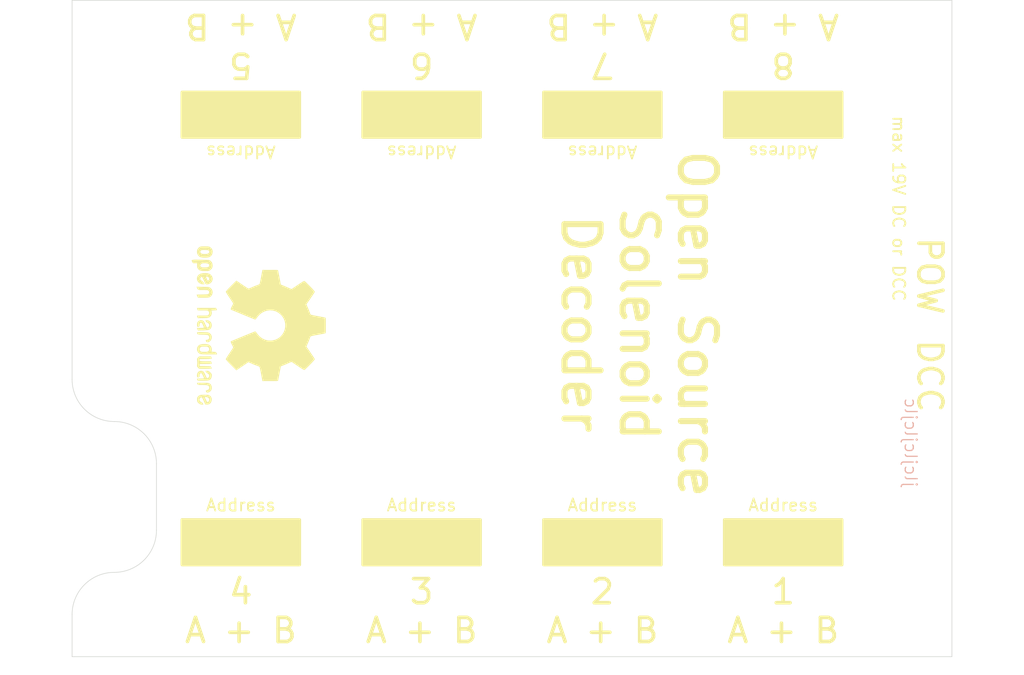
<source format=kicad_pcb>
(kicad_pcb (version 20240108) (generator "pcbnew") (generator_version "8.0")
  (layers (0 "F.Cu" signal) (31 "B.Cu" signal) (34 "B.Paste" user) (35 "F.Paste" user) (36 "B.SilkS" user "B.Silkscreen") (37 "F.SilkS" user "F.Silkscreen") (38 "B.Mask" user) (39 "F.Mask" user) (44 "Edge.Cuts" user))
  (net 0 "")
  (footprint "MountingHole:MountingHole_3.2mm_M3" (layer "F.Cu") (at 178.268 121.158)
    (property "Reference" "REF**" (hide yes))
    (property "Value" "MountingHole_3.2mm_M3")
    (pad "" np_thru_hole circle (at 0 0) (size 3.2 3.2) (drill 3.2) (layers "F&B.Cu" "*.Mask"))
  )
  (footprint "Symbol:OSHW-Logo2_14.6x12mm_SilkScreen" (layer "F.Cu") (at 124.268 97.158 -90)
    (property "Reference" "REF**" (hide yes))
    (property "Value" "OSHW-Logo2_14.6x12mm_SilkScreen" (hide yes))
    (fp_poly (pts (xy 5.33569 3.940018) (xy 5.370585 3.955269) (xy 5.453877 4.021235) (xy 5.525103 4.116618) (xy 5.569153 4.218406) (xy 5.576322 4.268587) (xy 5.552285 4.338647) (xy 5.499561 4.375717) (xy 5.443031 4.398164) (xy 5.417146 4.4023) (xy 5.404542 4.372283) (xy 5.379654 4.306961) (xy 5.368735 4.277445) (xy 5.307508 4.175348) (xy 5.218861 4.124423) (xy 5.105193 4.125989) (xy 5.096774 4.127994) (xy 5.036088 4.156767) (xy 4.991474 4.212859) (xy 4.961002 4.303163) (xy 4.942744 4.434571) (xy 4.934771 4.613974) (xy 4.934023 4.709433) (xy 4.933652 4.859913) (xy 4.931223 4.962495) (xy 4.92476 5.027672) (xy 4.912288 5.065938) (xy 4.891833 5.087785) (xy 4.861419 5.103707) (xy 4.859661 5.104509) (xy 4.801091 5.129272) (xy 4.772075 5.138391) (xy 4.767616 5.110822) (xy 4.763799 5.03462) (xy 4.760899 4.919541) (xy 4.759191 4.775341) (xy 4.758851 4.669814) (xy 4.760588 4.465613) (xy 4.767382 4.310697) (xy 4.781607 4.196024) (xy 4.805638 4.112551) (xy 4.841848 4.051236) (xy 4.892612 4.003034) (xy 4.942739 3.969393) (xy 5.063275 3.924619) (xy 5.203557 3.914521) (xy 5.33569 3.940018)) (stroke (width 0.01)) (fill solid) (layer "F.SilkS"))
    (fp_poly (pts (xy -2.582571 3.877719) (xy -2.488877 3.931914) (xy -2.423736 3.985707) (xy -2.376093 4.042066) (xy -2.343272 4.110987) (xy -2.322594 4.202468) (xy -2.31138 4.326506) (xy -2.306951 4.493098) (xy -2.306437 4.612851) (xy -2.306437 5.053659) (xy -2.430517 5.109283) (xy -2.554598 5.164907) (xy -2.569195 4.682095) (xy -2.575227 4.501779) (xy -2.581555 4.370901) (xy -2.589394 4.280511) (xy -2.599963 4.221664) (xy -2.614477 4.185413) (xy -2.634152 4.16281) (xy -2.640465 4.157917) (xy -2.736112 4.119706) (xy -2.832793 4.134827) (xy -2.890345 4.174943) (xy -2.913755 4.20337) (xy -2.929961 4.240672) (xy -2.940259 4.297223) (xy -2.945951 4.383394) (xy -2.948336 4.509558) (xy -2.948736 4.641042) (xy -2.948814 4.805999) (xy -2.951639 4.922761) (xy -2.961093 5.00151) (xy -2.98106 5.052431) (xy -3.015424 5.085706) (xy -3.068068 5.11152) (xy -3.138383 5.138344) (xy -3.21518 5.167542) (xy -3.206038 4.649346) (xy -3.202357 4.462539) (xy -3.19805 4.32449) (xy -3.191877 4.225568) (xy -3.182598 4.156145) (xy -3.168973 4.10659) (xy -3.149761 4.067273) (xy -3.126598 4.032584) (xy -3.014848 3.92177) (xy -2.878487 3.857689) (xy -2.730175 3.842339) (xy -2.582571 3.877719)) (stroke (width 0.01)) (fill solid) (layer "F.SilkS"))
    (fp_poly (pts (xy 1.065943 3.92192) (xy 1.198565 3.970859) (xy 1.30601 4.057419) (xy 1.348032 4.118352) (xy 1.393843 4.230161) (xy 1.392891 4.311006) (xy 1.344808 4.365378) (xy 1.327017 4.374624) (xy 1.250204 4.40345) (xy 1.210976 4.396065) (xy 1.197689 4.347658) (xy 1.197012 4.32092) (xy 1.172686 4.222548) (xy 1.109281 4.153734) (xy 1.021154 4.120498) (xy 0.922663 4.128861) (xy 0.842602 4.172296) (xy 0.815561 4.197072) (xy 0.796394 4.227129) (xy 0.783446 4.272565) (xy 0.775064 4.343476) (xy 0.769593 4.44996) (xy 0.765378 4.602112) (xy 0.764287 4.650287) (xy 0.760307 4.815095) (xy 0.755781 4.931088) (xy 0.748995 5.007833) (xy 0.738231 5.054893) (xy 0.721773 5.081835) (xy 0.697906 5.098223) (xy 0.682626 5.105463) (xy 0.617733 5.13022) (xy 0.579534 5.138391) (xy 0.566912 5.111103) (xy 0.559208 5.028603) (xy 0.55638 4.889941) (xy 0.558386 4.694162) (xy 0.559011 4.663965) (xy 0.563421 4.485349) (xy 0.568635 4.354923) (xy 0.576055 4.262492) (xy 0.587082 4.197858) (xy 0.603117 4.150825) (xy 0.625561 4.111196) (xy 0.637302 4.094215) (xy 0.704619 4.01908) (xy 0.77991 3.960638) (xy 0.789128 3.955536) (xy 0.924133 3.91526) (xy 1.065943 3.92192)) (stroke (width 0.01)) (fill solid) (layer "F.SilkS"))
    (fp_poly (pts (xy 3.580124 3.93984) (xy 3.584579 4.016653) (xy 3.588071 4.133391) (xy 3.590315 4.280821) (xy 3.591035 4.435455) (xy 3.591035 4.958727) (xy 3.498645 5.051117) (xy 3.434978 5.108047) (xy 3.379089 5.131107) (xy 3.302702 5.129647) (xy 3.27238 5.125934) (xy 3.17761 5.115126) (xy 3.099222 5.108933) (xy 3.080115 5.108361) (xy 3.015699 5.112102) (xy 2.923571 5.121494) (xy 2.88785 5.125934) (xy 2.800114 5.132801) (xy 2.741153 5.117885) (xy 2.68269 5.071835) (xy 2.661585 5.051117) (xy 2.569195 4.958727) (xy 2.569195 3.979947) (xy 2.643558 3.946066) (xy 2.70759 3.92097) (xy 2.745052 3.912184) (xy 2.754657 3.93995) (xy 2.763635 4.01753) (xy 2.771386 4.136348) (xy 2.777314 4.287828) (xy 2.780173 4.415805) (xy 2.788161 4.919425) (xy 2.857848 4.929278) (xy 2.921229 4.922389) (xy 2.952286 4.900083) (xy 2.960967 4.858379) (xy 2.968378 4.769544) (xy 2.973931 4.644834) (xy 2.977036 4.495507) (xy 2.977484 4.418661) (xy 2.977931 3.976287) (xy 3.069874 3.944235) (xy 3.134949 3.922443) (xy 3.170347 3.912281) (xy 3.171368 3.912184) (xy 3.17492 3.939809) (xy 3.178823 4.016411) (xy 3.182751 4.132579) (xy 3.186376 4.278904) (xy 3.188908 4.415805) (xy 3.196897 4.919425) (xy 3.372069 4.919425) (xy 3.380107 4.459965) (xy 3.388146 4.000505) (xy 3.473543 3.956344) (xy 3.536593 3.926019) (xy 3.57391 3.912258) (xy 3.574987 3.912184) (xy 3.580124 3.93984)) (stroke (width 0.01)) (fill solid) (layer "F.SilkS"))
    (fp_poly (pts (xy -1.255402 3.723857) (xy -1.246846 3.843188) (xy -1.237019 3.913506) (xy -1.223401 3.944179) (xy -1.203473 3.944571) (xy -1.197011 3.94091) (xy -1.11106 3.914398) (xy -0.999255 3.915946) (xy -0.885586 3.943199) (xy -0.81449 3.978455) (xy -0.741595 4.034778) (xy -0.688307 4.098519) (xy -0.651725 4.17951) (xy -0.62895 4.287586) (xy -0.617081 4.43258) (xy -0.613218 4.624326) (xy -0.613149 4.661109) (xy -0.613103 5.074288) (xy -0.705046 5.106339) (xy -0.770348 5.128144) (xy -0.806176 5.138297) (xy -0.80723 5.138391) (xy -0.810758 5.11086) (xy -0.813761 5.034923) (xy -0.81601 4.920565) (xy -0.817276 4.777769) (xy -0.817471 4.690951) (xy -0.817877 4.519773) (xy -0.819968 4.397088) (xy -0.825053 4.313) (xy -0.83444 4.257614) (xy -0.849439 4.221032) (xy -0.871358 4.193359) (xy -0.885043 4.180032) (xy -0.979051 4.126328) (xy -1.081636 4.122307) (xy -1.17471 4.167725) (xy -1.191922 4.184123) (xy -1.217168 4.214957) (xy -1.23468 4.251531) (xy -1.245858 4.304415) (xy -1.252104 4.384177) (xy -1.254818 4.501385) (xy -1.255402 4.662991) (xy -1.255402 5.074288) (xy -1.347345 5.106339) (xy -1.412647 5.128144) (xy -1.448475 5.138297) (xy -1.449529 5.138391) (xy -1.452225 5.110448) (xy -1.454655 5.03163) (xy -1.456722 4.909453) (xy -1.458329 4.751432) (xy -1.459377 4.565083) (xy -1.459769 4.35792) (xy -1.45977 4.348706) (xy -1.45977 3.55902) (xy -1.364885 3.518997) (xy -1.27 3.478973) (xy -1.255402 3.723857)) (stroke (width 0.01)) (fill solid) (layer "F.SilkS"))
    (fp_poly (pts (xy -5.951779 3.866015) (xy -5.814939 3.937968) (xy -5.713949 4.053766) (xy -5.678075 4.128213) (xy -5.650161 4.239992) (xy -5.635871 4.381227) (xy -5.634516 4.535371) (xy -5.645405 4.685879) (xy -5.667847 4.816205) (xy -5.70115 4.909803) (xy -5.711385 4.925922) (xy -5.832618 5.046249) (xy -5.976613 5.118317) (xy -6.132861 5.139408) (xy -6.290852 5.106802) (xy -6.33482 5.087253) (xy -6.420444 5.027012) (xy -6.495592 4.947135) (xy -6.502694 4.937004) (xy -6.531561 4.888181) (xy -6.550643 4.83599) (xy -6.561916 4.767285) (xy -6.567355 4.668918) (xy -6.568938 4.527744) (xy -6.568965 4.496092) (xy -6.568893 4.486019) (xy -6.277011 4.486019) (xy -6.275313 4.619256) (xy -6.268628 4.707674) (xy -6.254575 4.764785) (xy -6.230771 4.804102) (xy -6.218621 4.817241) (xy -6.148764 4.867172) (xy -6.080941 4.864895) (xy -6.012365 4.821584) (xy -5.971465 4.775346) (xy -5.947242 4.707857) (xy -5.933639 4.601433) (xy -5.932706 4.58902) (xy -5.930384 4.396147) (xy -5.95465 4.2529) (xy -6.005176 4.16016) (xy -6.081632 4.118807) (xy -6.108924 4.116552) (xy -6.180589 4.127893) (xy -6.22961 4.167184) (xy -6.259582 4.242326) (xy -6.274101 4.361222) (xy -6.277011 4.486019) (xy -6.568893 4.486019) (xy -6.567878 4.345659) (xy -6.563312 4.240549) (xy -6.553312 4.167714) (xy -6.535921 4.114108) (xy -6.509184 4.066681) (xy -6.503276 4.057864) (xy -6.403968 3.939007) (xy -6.295758 3.870008) (xy -6.164019 3.842619) (xy -6.119283 3.841281) (xy -5.951779 3.866015)) (stroke (width 0.01)) (fill solid) (layer "F.SilkS"))
    (fp_poly (pts (xy 6.343439 3.95654) (xy 6.45895 4.032034) (xy 6.514664 4.099617) (xy 6.558804 4.222255) (xy 6.562309 4.319298) (xy 6.554368 4.449056) (xy 6.255115 4.580039) (xy 6.109611 4.646958) (xy 6.014537 4.70079) (xy 5.965101 4.747416) (xy 5.956511 4.79272) (xy 5.983972 4.842582) (xy 6.014253 4.875632) (xy 6.102363 4.928633) (xy 6.198196 4.932347) (xy 6.286212 4.891041) (xy 6.350869 4.808983) (xy 6.362433 4.780008) (xy 6.417825 4.689509) (xy 6.481553 4.65094) (xy 6.568966 4.617946) (xy 6.568966 4.743034) (xy 6.561238 4.828156) (xy 6.530966 4.899938) (xy 6.467518 4.982356) (xy 6.458088 4.993066) (xy 6.387513 5.066391) (xy 6.326847 5.105742) (xy 6.25095 5.123845) (xy 6.18803 5.129774) (xy 6.075487 5.131251) (xy 5.99537 5.112535) (xy 5.94539 5.084747) (xy 5.866838 5.023641) (xy 5.812463 4.957554) (xy 5.778052 4.874441) (xy 5.759388 4.762254) (xy 5.752256 4.608946) (xy 5.751687 4.531136) (xy 5.753622 4.437853) (xy 5.929899 4.437853) (xy 5.931944 4.487896) (xy 5.937039 4.496092) (xy 5.970666 4.484958) (xy 6.04303 4.455493) (xy 6.139747 4.413601) (xy 6.159973 4.404597) (xy 6.282203 4.342442) (xy 6.349547 4.287815) (xy 6.364348 4.236649) (xy 6.328947 4.184876) (xy 6.299711 4.162) (xy 6.194216 4.11625) (xy 6.095476 4.123808) (xy 6.012812 4.179651) (xy 5.955548 4.278753) (xy 5.937188 4.357414) (xy 5.929899 4.437853) (xy 5.753622 4.437853) (xy 5.755459 4.349351) (xy 5.769359 4.214853) (xy 5.796894 4.116916) (xy 5.841572 4.044811) (xy 5.906901 3.987813) (xy 5.935383 3.969393) (xy 6.064763 3.921422) (xy 6.206412 3.918403) (xy 6.343439 3.95654)) (stroke (width 0.01)) (fill solid) (layer "F.SilkS"))
    (fp_poly (pts (xy 2.393914 4.154455) (xy 2.393543 4.372661) (xy 2.392108 4.540519) (xy 2.389002 4.66607) (xy 2.383622 4.757355) (xy 2.375362 4.822415) (xy 2.363616 4.869291) (xy 2.347781 4.906024) (xy 2.33579 4.926991) (xy 2.23649 5.040694) (xy 2.110588 5.111965) (xy 1.971291 5.137538) (xy 1.831805 5.11415) (xy 1.748743 5.072119) (xy 1.661545 4.999411) (xy 1.602117 4.910612) (xy 1.566261 4.79432) (xy 1.549781 4.639135) (xy 1.547447 4.525287) (xy 1.547761 4.517106) (xy 1.751724 4.517106) (xy 1.75297 4.647657) (xy 1.758678 4.73408) (xy 1.771804 4.790618) (xy 1.795306 4.831514) (xy 1.823386 4.862362) (xy 1.917688 4.921905) (xy 2.01894 4.926992) (xy 2.114636 4.877279) (xy 2.122084 4.870543) (xy 2.153874 4.835502) (xy 2.173808 4.793811) (xy 2.1846 4.731762) (xy 2.188965 4.635644) (xy 2.189655 4.529379) (xy 2.188159 4.39588) (xy 2.181964 4.306822) (xy 2.168514 4.248293) (xy 2.145251 4.206382) (xy 2.126175 4.184123) (xy 2.037563 4.127985) (xy 1.935508 4.121235) (xy 1.838095 4.164114) (xy 1.819296 4.180032) (xy 1.787293 4.215382) (xy 1.767318 4.257502) (xy 1.756593 4.320251) (xy 1.752339 4.417487) (xy 1.751724 4.517106) (xy 1.547761 4.517106) (xy 1.554504 4.341947) (xy 1.578472 4.204195) (xy 1.623548 4.100632) (xy 1.693928 4.019856) (xy 1.748743 3.978455) (xy 1.848376 3.933728) (xy 1.963855 3.912967) (xy 2.071199 3.918525) (xy 2.131264 3.940943) (xy 2.154835 3.947323) (xy 2.170477 3.923535) (xy 2.181395 3.859788) (xy 2.189655 3.762687) (xy 2.198699 3.654541) (xy 2.211261 3.589475) (xy 2.234119 3.552268) (xy 2.274051 3.527699) (xy 2.299138 3.516819) (xy 2.394023 3.477072) (xy 2.393914 4.154455)) (stroke (width 0.01)) (fill solid) (layer "F.SilkS"))
    (fp_poly (pts (xy -3.684448 3.884676) (xy -3.569342 3.962111) (xy -3.480389 4.073949) (xy -3.427251 4.216265) (xy -3.416503 4.321015) (xy -3.417724 4.364726) (xy -3.427944 4.398194) (xy -3.456039 4.428179) (xy -3.510884 4.46144) (xy -3.601355 4.504738) (xy -3.736328 4.564833) (xy -3.737011 4.565134) (xy -3.861249 4.622037) (xy -3.963127 4.672565) (xy -4.032233 4.71128) (xy -4.058154 4.73274) (xy -4.058161 4.732913) (xy -4.035315 4.779644) (xy -3.981891 4.831154) (xy -3.920558 4.868261) (xy -3.889485 4.875632) (xy -3.804711 4.850138) (xy -3.731707 4.786291) (xy -3.696087 4.716094) (xy -3.66182 4.664343) (xy -3.594697 4.605409) (xy -3.515792 4.554496) (xy -3.446179 4.526809) (xy -3.431623 4.525287) (xy -3.415237 4.550321) (xy -3.41425 4.614311) (xy -3.426292 4.700593) (xy -3.448993 4.792501) (xy -3.479986 4.873369) (xy -3.481552 4.876509) (xy -3.574819 5.006734) (xy -3.695696 5.095311) (xy -3.832973 5.138786) (xy -3.97544 5.133706) (xy -4.111888 5.076616) (xy -4.117955 5.072602) (xy -4.22529 4.975326) (xy -4.295868 4.848409) (xy -4.334926 4.681526) (xy -4.340168 4.634639) (xy -4.349452 4.413329) (xy -4.338322 4.310124) (xy -4.058161 4.310124) (xy -4.054521 4.374503) (xy -4.034611 4.393291) (xy -3.984974 4.379235) (xy -3.906733 4.346009) (xy -3.819274 4.304359) (xy -3.817101 4.303256) (xy -3.74297 4.264265) (xy -3.713219 4.238244) (xy -3.720555 4.210965) (xy -3.751447 4.175121) (xy -3.83004 4.123251) (xy -3.914677 4.119439) (xy -3.990597 4.157189) (xy -4.043035 4.230001) (xy -4.058161 4.310124) (xy -4.338322 4.310124) (xy -4.330356 4.236261) (xy -4.281366 4.095829) (xy -4.213164 3.997447) (xy -4.090065 3.89803) (xy -3.954472 3.848711) (xy -3.816045 3.845568) (xy -3.684448 3.884676)) (stroke (width 0.01)) (fill solid) (layer "F.SilkS"))
    (fp_poly (pts (xy 0.079944 3.92436) (xy 0.194343 3.966842) (xy 0.195652 3.967658) (xy 0.266403 4.01973) (xy 0.318636 4.080584) (xy 0.355371 4.159887) (xy 0.379634 4.267309) (xy 0.394445 4.412517) (xy 0.402829 4.605179) (xy 0.403564 4.632628) (xy 0.41412 5.046521) (xy 0.325291 5.092456) (xy 0.261018 5.123498) (xy 0.22221 5.138206) (xy 0.220415 5.138391) (xy 0.2137 5.11125) (xy 0.208365 5.038041) (xy 0.205083 4.931081) (xy 0.204368 4.844469) (xy 0.204351 4.704162) (xy 0.197937 4.616051) (xy 0.17558 4.574025) (xy 0.127732 4.571975) (xy 0.044849 4.60379) (xy -0.080287 4.662272) (xy -0.172303 4.710845) (xy -0.219629 4.752986) (xy -0.233542 4.798916) (xy -0.233563 4.801189) (xy -0.210605 4.880311) (xy -0.14263 4.923055) (xy -0.038602 4.929246) (xy 0.03633 4.928172) (xy 0.075839 4.949753) (xy 0.100478 5.001591) (xy 0.114659 5.067632) (xy 0.094223 5.105104) (xy 0.086528 5.110467) (xy 0.014083 5.132006) (xy -0.087367 5.135055) (xy -0.191843 5.120778) (xy -0.265875 5.094688) (xy -0.368228 5.007785) (xy -0.426409 4.886816) (xy -0.437931 4.792308) (xy -0.429138 4.707062) (xy -0.39732 4.637476) (xy -0.334316 4.575672) (xy -0.231969 4.513772) (xy -0.082118 4.443897) (xy -0.072988 4.439948) (xy 0.061997 4.377588) (xy 0.145294 4.326446) (xy 0.180997 4.280488) (xy 0.173203 4.233683) (xy 0.126007 4.179998) (xy 0.111894 4.167644) (xy 0.017359 4.119741) (xy -0.080594 4.121758) (xy -0.165903 4.168724) (xy -0.222504 4.255669) (xy -0.227763 4.272734) (xy -0.278977 4.355504) (xy -0.343963 4.395372) (xy -0.437931 4.434882) (xy -0.437931 4.332658) (xy -0.409347 4.184072) (xy -0.324505 4.047784) (xy -0.280355 4.002191) (xy -0.179995 3.943674) (xy -0.052365 3.917184) (xy 0.079944 3.92436)) (stroke (width 0.01)) (fill solid) (layer "F.SilkS"))
    (fp_poly (pts (xy 4.314406 3.935156) (xy 4.398469 3.973393) (xy 4.46445 4.019726) (xy 4.512794 4.071532) (xy 4.546172 4.138363) (xy 4.567253 4.229769) (xy 4.578707 4.355301) (xy 4.583203 4.524508) (xy 4.583678 4.635933) (xy 4.583678 5.070627) (xy 4.509316 5.104509) (xy 4.450746 5.129272) (xy 4.42173 5.138391) (xy 4.416179 5.111257) (xy 4.411775 5.038094) (xy 4.409078 4.931263) (xy 4.408506 4.846437) (xy 4.406046 4.723887) (xy 4.399412 4.626668) (xy 4.389726 4.567134) (xy 4.382032 4.554483) (xy 4.330311 4.567402) (xy 4.249117 4.600539) (xy 4.155102 4.645461) (xy 4.064917 4.693735) (xy 3.995215 4.736928) (xy 3.962648 4.766608) (xy 3.962519 4.766929) (xy 3.96532 4.821857) (xy 3.990439 4.874292) (xy 4.034541 4.916881) (xy 4.098909 4.931126) (xy 4.153921 4.929466) (xy 4.231835 4.928245) (xy 4.272732 4.946498) (xy 4.297295 4.994726) (xy 4.300392 5.00382) (xy 4.31104 5.072598) (xy 4.282565 5.11436) (xy 4.208344 5.134263) (xy 4.128168 5.137944) (xy 3.98389 5.110658) (xy 3.909203 5.07169) (xy 3.816963 4.980148) (xy 3.768043 4.867782) (xy 3.763654 4.749051) (xy 3.805001 4.638411) (xy 3.867197 4.56908) (xy 3.929294 4.530265) (xy 4.026895 4.481125) (xy 4.140632 4.431292) (xy 4.15959 4.423677) (xy 4.284521 4.368545) (xy 4.356539 4.319954) (xy 4.3797 4.271647) (xy 4.358064 4.21737) (xy 4.32092 4.174943) (xy 4.233127 4.122702) (xy 4.13653 4.118784) (xy 4.047944 4.159041) (xy 3.984186 4.239326) (xy 3.975817 4.26004) (xy 3.927096 4.336225) (xy 3.855965 4.392785) (xy 3.766207 4.439201) (xy 3.766207 4.307584) (xy 3.77149 4.227168) (xy 3.794142 4.163786) (xy 3.844367 4.096163) (xy 3.892582 4.044076) (xy 3.967554 3.970322) (xy 4.025806 3.930702) (xy 4.088372 3.91481) (xy 4.159193 3.912184) (xy 4.314406 3.935156)) (stroke (width 0.01)) (fill solid) (layer "F.SilkS"))
    (fp_poly (pts (xy -4.8281 3.861903) (xy -4.71655 3.917522) (xy -4.618092 4.019931) (xy -4.590977 4.057864) (xy -4.561438 4.1075) (xy -4.542272 4.161412) (xy -4.531307 4.233364) (xy -4.526371 4.337122) (xy -4.525287 4.474101) (xy -4.530182 4.661815) (xy -4.547196 4.802758) (xy -4.579823 4.907908) (xy -4.631558 4.988243) (xy -4.705896 5.054741) (xy -4.711358 5.058678) (xy -4.78462 5.098953) (xy -4.87284 5.11888) (xy -4.985038 5.123793) (xy -5.167433 5.123793) (xy -5.167509 5.300857) (xy -5.169207 5.39947) (xy -5.17955 5.457314) (xy -5.206578 5.492006) (xy -5.258332 5.521164) (xy -5.270761 5.527121) (xy -5.328923 5.555039) (xy -5.373956 5.572672) (xy -5.407441 5.574194) (xy -5.430962 5.553781) (xy -5.4461 5.505607) (xy -5.454437 5.423846) (xy -5.457556 5.302672) (xy -5.45704 5.13626) (xy -5.454471 4.918785) (xy -5.453668 4.853736) (xy -5.450778 4.629502) (xy -5.448188 4.482821) (xy -5.167586 4.482821) (xy -5.166009 4.607326) (xy -5.159 4.688787) (xy -5.143142 4.742515) (xy -5.115019 4.783823) (xy -5.095925 4.803971) (xy -5.017865 4.862921) (xy -4.948753 4.86772) (xy -4.87744 4.819038) (xy -4.875632 4.817241) (xy -4.846617 4.779618) (xy -4.828967 4.728484) (xy -4.820064 4.649738) (xy -4.817291 4.529276) (xy -4.817241 4.502588) (xy -4.823942 4.336583) (xy -4.845752 4.221505) (xy -4.885235 4.151254) (xy -4.944956 4.119729) (xy -4.979472 4.116552) (xy -5.061389 4.13146) (xy -5.117579 4.180548) (xy -5.151402 4.270362) (xy -5.16622 4.407445) (xy -5.167586 4.482821) (xy -5.448188 4.482821) (xy -5.447713 4.455952) (xy -5.443753 4.325382) (xy -5.438174 4.230087) (xy -5.430254 4.162364) (xy -5.419269 4.114507) (xy -5.404499 4.078813) (xy -5.385218 4.047578) (xy -5.376951 4.035824) (xy -5.267288 3.924797) (xy -5.128635 3.861847) (xy -4.968246 3.844297) (xy -4.8281 3.861903)) (stroke (width 0.01)) (fill solid) (layer "F.SilkS"))
    (fp_poly (pts (xy 0.209014 -5.547002) (xy 0.367006 -5.546137) (xy 0.481347 -5.543795) (xy 0.559407 -5.539238) (xy 0.608554 -5.53173) (xy 0.636159 -5.520534) (xy 0.649592 -5.504912) (xy 0.656221 -5.484127) (xy 0.656865 -5.481437) (xy 0.666935 -5.432887) (xy 0.685575 -5.337095) (xy 0.710845 -5.204257) (xy 0.740807 -5.044569) (xy 0.773522 -4.868226) (xy 0.774664 -4.862033) (xy 0.807433 -4.689218) (xy 0.838093 -4.536531) (xy 0.864664 -4.413129) (xy 0.885167 -4.328169) (xy 0.897626 -4.29081) (xy 0.89822 -4.290148) (xy 0.934919 -4.271905) (xy 1.010586 -4.241503) (xy 1.108878 -4.205507) (xy 1.109425 -4.205315) (xy 1.233233 -4.158778) (xy 1.379196 -4.099496) (xy 1.516781 -4.039891) (xy 1.523293 -4.036944) (xy 1.74739 -3.935235) (xy 2.243619 -4.274103) (xy 2.395846 -4.377408) (xy 2.533741 -4.469763) (xy 2.649315 -4.545916) (xy 2.734579 -4.600615) (xy 2.781544 -4.628607) (xy 2.786004 -4.630683) (xy 2.820134 -4.62144) (xy 2.883881 -4.576844) (xy 2.979731 -4.494791) (xy 3.110169 -4.373179) (xy 3.243328 -4.243795) (xy 3.371694 -4.116298) (xy 3.486581 -3.999954) (xy 3.581073 -3.901948) (xy 3.648253 -3.829464) (xy 3.681206 -3.789687) (xy 3.682432 -3.787639) (xy 3.686074 -3.760344) (xy 3.67235 -3.715766) (xy 3.637869 -3.647888) (xy 3.579239 -3.550689) (xy 3.49307 -3.418149) (xy 3.3782 -3.247524) (xy 3.276254 -3.097345) (xy 3.185123 -2.96265) (xy 3.110073 -2.85126) (xy 3.056369 -2.770995) (xy 3.02928 -2.729675) (xy 3.027574 -2.72687) (xy 3.030882 -2.687279) (xy 3.055953 -2.610331) (xy 3.097798 -2.510568) (xy 3.112712 -2.478709) (xy 3.177786 -2.336774) (xy 3.247212 -2.175727) (xy 3.303609 -2.036379) (xy 3.344247 -1.932956) (xy 3.376526 -1.854358) (xy 3.395178 -1.81328) (xy 3.397497 -1.810115) (xy 3.431803 -1.804872) (xy 3.512669 -1.790506) (xy 3.629343 -1.769063) (xy 3.771075 -1.742587) (xy 3.92711 -1.713123) (xy 4.086698 -1.682717) (xy 4.239085 -1.653412) (xy 4.373521 -1.627255) (xy 4.479252 -1.60629) (xy 4.545526 -1.592561) (xy 4.561782 -1.58868) (xy 4.578573 -1.5791) (xy 4.591249 -1.557464) (xy 4.600378 -1.516469) (xy 4.606531 -1.448811) (xy 4.61028 -1.347188) (xy 4.612192 -1.204297) (xy 4.61284 -1.012835) (xy 4.612874 -0.934355) (xy 4.612874 -0.296094) (xy 4.459598 -0.26584) (xy 4.374322 -0.249436) (xy 4.24707 -0.225491) (xy 4.093315 -0.196893) (xy 3.928534 -0.166533) (xy 3.882989 -0.158194) (xy 3.730932 -0.12863) (xy 3.598468 -0.099558) (xy 3.496714 -0.073671) (xy 3.436788 -0.053663) (xy 3.426805 -0.047699) (xy 3.402293 -0.005466) (xy 3.367148 0.07637) (xy 3.328173 0.181683) (xy 3.320442 0.204368) (xy 3.26936 0.345018) (xy 3.205954 0.503714) (xy 3.143904 0.646225) (xy 3.143598 0.646886) (xy 3.040267 0.87044) (xy 3.719961 1.870232) (xy 3.283621 2.3073) (xy 3.151649 2.437381) (xy 3.031279 2.552048) (xy 2.929273 2.645181) (xy 2.852391 2.710658) (xy 2.807393 2.742357) (xy 2.800938 2.744368) (xy 2.76304 2.728529) (xy 2.685708 2.684496) (xy 2.577389 2.61749) (xy 2.446532 2.532734) (xy 2.305052 2.437816) (xy 2.161461 2.340998) (xy 2.033435 2.256751) (xy 1.929105 2.190258) (xy 1.8566 2.146702) (xy 1.824158 2.131264) (xy 1.784576 2.144328) (xy 1.709519 2.17875) (xy 1.614468 2.22738) (xy 1.604392 2.232785) (xy 1.476391 2.29698) (xy 1.388618 2.328463) (xy 1.334028 2.328798) (xy 1.305575 2.299548) (xy 1.30541 2.299138) (xy 1.291188 2.264498) (xy 1.257269 2.182269) (xy 1.206284 2.058814) (xy 1.140862 1.900498) (xy 1.063634 1.713686) (xy 0.977229 1.504742) (xy 0.893551 1.302446) (xy 0.801588 1.0792) (xy 0.71715 0.872392) (xy 0.642769 0.688362) (xy 0.580974 0.533451) (xy 0.534297 0.413996) (xy 0.505268 0.336339) (xy 0.496322 0.307356) (xy 0.518756 0.27411) (xy 0.577439 0.221123) (xy 0.655689 0.162704) (xy 0.878534 -0.022048) (xy 1.052718 -0.233818) (xy 1.176154 -0.468144) (xy 1.246754 -0.720566) (xy 1.262431 -0.986623) (xy 1.251036 -1.109425) (xy 1.18895 -1.364207) (xy 1.082023 -1.589199) (xy 0.936889 -1.782183) (xy 0.760178 -1.940939) (xy 0.558522 -2.06325) (xy 0.338554 -2.146895) (xy 0.106906 -2.189656) (xy -0.129791 -2.189313) (xy -0.364905 -2.143648) (xy -0.591804 -2.050441) (xy -0.803856 -1.907473) (xy -0.892364 -1.826617) (xy -1.062111 -1.618993) (xy -1.180301 -1.392105) (xy -1.247722 -1.152567) (xy -1.26516 -0.906993) (xy -1.233402 -0.661997) (xy -1.153235 -0.424192) (xy -1.025445 -0.200193) (xy -0.85082 0.003387) (xy -0.655688 0.162704) (xy -0.574409 0.223602) (xy -0.516991 0.276015) (xy -0.496322 0.307406) (xy -0.507144 0.341639) (xy -0.537923 0.423419) (xy -0.586126 0.546407) (xy -0.649222 0.704263) (xy -0.724678 0.890649) (xy -0.809962 1.099226) (xy -0.893781 1.302496) (xy -0.986255 1.525933) (xy -1.071911 1.732984) (xy -1.148118 1.917286) (xy -1.212247 2.072475) (xy -1.261668 2.192188) (xy -1.293752 2.270061) (xy -1.305641 2.299138) (xy -1.333726 2.328677) (xy -1.388051 2.328591) (xy -1.475605 2.297326) (xy -1.603381 2.233329) (xy -1.604392 2.232785) (xy -1.700598 2.183121) (xy -1.778369 2.146945) (xy -1.822223 2.131408) (xy -1.824158 2.131264) (xy -1.857171 2.147024) (xy -1.930054 2.19085) (xy -2.034678 2.257557) (xy -2.16291 2.341964) (xy -2.305052 2.437816) (xy -2.449767 2.534867) (xy -2.580196 2.61927) (xy -2.68789 2.685801) (xy -2.764402 2.729238) (xy -2.800938 2.744368) (xy -2.834582 2.724482) (xy -2.902224 2.668903) (xy -2.997107 2.583754) (xy -3.11247 2.475153) (xy -3.241555 2.349221) (xy -3.283771 2.307149) (xy -3.720261 1.869931) (xy -3.388023 1.38234) (xy -3.287054 1.232605) (xy -3.198438 1.09822) (xy -3.127146 0.986969) (xy -3.07815 0.906639) (xy -3.056422 0.865014) (xy -3.055785 0.862053) (xy -3.06724 0.822818) (xy -3.098051 0.743895) (xy -3.142884 0.638509) (xy -3.174353 0.567954) (xy -3.233192 0.432876) (xy -3.288604 0.296409) (xy -3.331564 0.181103) (xy -3.343234 0.145977) (xy -3.376389 0.052174) (xy -3.408799 -0.020306) (xy -3.426601 -0.047699) (xy -3.465886 -0.064464) (xy -3.551626 -0.08823) (xy -3.672697 -0.116303) (xy -3.817973 -0.145991) (xy -3.882988 -0.158194) (xy -4.048087 -0.188532) (xy -4.206448 -0.217907) (xy -4.342596 -0.243431) (xy -4.441057 -0.262215) (xy -4.459598 -0.26584) (xy -4.612873 -0.296094) (xy -4.612873 -0.934355) (xy -4.612529 -1.14423) (xy -4.611116 -1.30302) (xy -4.608064 -1.418027) (xy -4.602803 -1.496554) (xy -4.594763 -1.545904) (xy -4.583373 -1.573381) (xy -4.568063 -1.586287) (xy -4.561782 -1.58868) (xy -4.523896 -1.597167) (xy -4.440195 -1.6141) (xy -4.321433 -1.637434) (xy -4.178361 -1.665125) (xy -4.021732 -1.695127) (xy -3.862297 -1.725396) (xy -3.710809 -1.753885) (xy -3.578019 -1.778551) (xy -3.474681 -1.797349) (xy -3.411545 -1.808233) (xy -3.397497 -1.810115) (xy -3.38477 -1.835296) (xy -3.3566 -1.902378) (xy -3.318252 -1.998667) (xy -3.303609 -2.036379) (xy -3.244548 -2.182079) (xy -3.175 -2.343049) (xy -3.112712 -2.478709) (xy -3.066879 -2.582439) (xy -3.036387 -2.667674) (xy -3.026208 -2.719874) (xy -3.027831 -2.72687) (xy -3.049343 -2.759898) (xy -3.098465 -2.833357) (xy -3.169923 -2.939423) (xy -3.258445 -3.070274) (xy -3.358759 -3.218088) (xy -3.378594 -3.247266) (xy -3.494988 -3.420137) (xy -3.580548 -3.551774) (xy -3.638684 -3.648239) (xy -3.672808 -3.715592) (xy -3.686331 -3.759894) (xy -3.682664 -3.787206) (xy -3.68257 -3.78738) (xy -3.653707 -3.823254) (xy -3.589867 -3.892609) (xy -3.497969 -3.988255) (xy -3.384933 -4.103001) (xy -3.257679 -4.229659) (xy -3.243328 -4.243795) (xy -3.082957 -4.399097) (xy -2.959195 -4.51313) (xy -2.869555 -4.587998) (xy -2.811552 -4.625804) (xy -2.786004 -4.630683) (xy -2.748718 -4.609397) (xy -2.671343 -4.560227) (xy -2.561867 -4.488425) (xy -2.42828 -4.399245) (xy -2.27857 -4.297937) (xy -2.243618 -4.274103) (xy -1.74739 -3.935235) (xy -1.523293 -4.036944) (xy -1.387011 -4.096217) (xy -1.240724 -4.15583) (xy -1.114965 -4.20336) (xy -1.109425 -4.205315) (xy -1.011057 -4.241323) (xy -0.935229 -4.271771) (xy -0.898282 -4.290095) (xy -0.89822 -4.290148) (xy -0.886496 -4.323271) (xy -0.866568 -4.404733) (xy -0.840413 -4.525375) (xy -0.81001 -4.676041) (xy -0.777337 -4.847572) (xy -0.774664 -4.862033) (xy -0.74189 -5.038765) (xy -0.711802 -5.19919) (xy -0.686339 -5.333112) (xy -0.667441 -5.430337) (xy -0.657047 -5.480668) (xy -0.656865 -5.481437) (xy -0.650539 -5.502847) (xy -0.638239 -5.519012) (xy -0.612594 -5.530669) (xy -0.566235 -5.538555) (xy -0.491792 -5.543407) (xy -0.381895 -5.545961) (xy -0.229175 -5.546955) (xy -0.026262 -5.547126) (xy 0 -5.547126) (xy 0.209014 -5.547002)) (stroke (width 0.01)) (fill solid) (layer "F.SilkS"))
  )
  (footprint "MountingHole:MountingHole_3.2mm_M3" (layer "F.Cu") (at 178.268 73.658)
    (property "Reference" "REF**" (hide yes))
    (property "Value" "MountingHole_3.2mm_M3")
    (pad "" np_thru_hole circle (at 0 0) (size 3.2 3.2) (drill 3.2) (layers "F&B.Cu" "*.Mask"))
  )
  (footprint "MountingHole:MountingHole_3.2mm_M3" (layer "F.Cu") (at 112.268 73.658)
    (property "Reference" "REF**" (hide yes))
    (property "Value" "MountingHole_3.2mm_M3")
    (pad "" np_thru_hole circle (at 0 0) (size 3.2 3.2) (drill 3.2) (layers "F&B.Cu" "*.Mask"))
  )
  (footprint "MountingHole:MountingHole_3.2mm_M3" (layer "F.Cu") (at 112.268 121.158)
    (property "Reference" "REF**" (hide yes))
    (property "Value" "MountingHole_3.2mm_M3")
    (pad "" np_thru_hole circle (at 0 0) (size 3.2 3.2) (drill 3.2) (layers "F&B.Cu" "*.Mask"))
  )
  (gr_arc (start 112.268 105.132874) (mid 114.742883 106.157999) (end 115.768 108.632874) (stroke (width 0.05)) (layer "Edge.Cuts"))
  (gr_line (start 181.768 70.158) (end 181.768 124.658) (stroke (width 0.05)) (layer "Edge.Cuts"))
  (gr_line (start 181.768 124.658) (end 108.768 124.658) (stroke (width 0.05)) (layer "Edge.Cuts"))
  (gr_line (start 108.768 101.632874) (end 108.768 70.158) (stroke (width 0.05)) (layer "Edge.Cuts"))
  (gr_arc (start 115.768 114.158) (mid 114.742874 116.632874) (end 112.268 117.658) (stroke (width 0.05)) (layer "Edge.Cuts"))
  (gr_arc (start 108.768 121.158) (mid 109.793126 118.683126) (end 112.268 117.658) (stroke (width 0.05)) (layer "Edge.Cuts"))
  (gr_arc (start 112.268 105.132874) (mid 109.793135 104.107746) (end 108.768 101.632874) (stroke (width 0.05)) (layer "Edge.Cuts"))
  (gr_line (start 108.768 70.158) (end 181.768 70.158) (stroke (width 0.05)) (layer "Edge.Cuts"))
  (gr_line (start 115.768 108.632874) (end 115.768 114.158) (stroke (width 0.05)) (layer "Edge.Cuts"))
  (gr_line (start 108.768 124.658) (end 108.768 121.158) (stroke (width 0.05)) (layer "Edge.Cuts"))
  (gr_text "jlcjlcjlcjlc" (at 177.768 110.658 -90) (layer "B.SilkS") (effects (font (size 1 1) (thickness 0.1)) (justify left bottom mirror)))
  (gr_text "max 19V DC or DCC" (at 176.768 79.658 270) (layer "F.SilkS") (effects (font (size 1 1)) (justify left bottom)))
  (gr_text "7\nA + B" (at 152.768 71.158 180) (layer "F.SilkS") (effects (font (size 2 2) (thickness 0.3) (bold yes)) (justify bottom)))
  (gr_text "Address" (at 167.768 112.658 0) (layer "F.SilkS") (effects (font (size 1 1)) (justify bottom)))
  (gr_text "Address" (at 122.768 82.158 180) (layer "F.SilkS") (effects (font (size 1 1)) (justify bottom)))
  (gr_text "6\nA + B" (at 137.768 71.158 180) (layer "F.SilkS") (effects (font (size 2 2) (thickness 0.3) (bold yes)) (justify bottom)))
  (gr_text "3\nA + B" (at 137.768 123.658 0) (layer "F.SilkS") (effects (font (size 2 2) (thickness 0.3) (bold yes)) (justify bottom)))
  (gr_text "Address" (at 122.768 112.658 0) (layer "F.SilkS") (effects (font (size 1 1)) (justify bottom)))
  (gr_text "5\nA + B" (at 122.768 71.158 180) (layer "F.SilkS") (effects (font (size 2 2) (thickness 0.3) (bold yes)) (justify bottom)))
  (gr_text "8\nA + B" (at 167.768 71.158 180) (layer "F.SilkS") (effects (font (size 2 2) (thickness 0.3) (bold yes)) (justify bottom)))
  (gr_text "4\nA + B" (at 122.768 123.658 0) (layer "F.SilkS") (effects (font (size 2 2) (thickness 0.3) (bold yes)) (justify bottom)))
  (gr_text "1\nA + B" (at 167.768 123.658 0) (layer "F.SilkS") (effects (font (size 2 2) (thickness 0.3) (bold yes)) (justify bottom)))
  (gr_text "Address" (at 152.768 112.658 0) (layer "F.SilkS") (effects (font (size 1 1)) (justify bottom)))
  (gr_text "POW" (at 178.768 89.658 270) (layer "F.SilkS") (effects (font (size 2 2) (thickness 0.3) (bold yes)) (justify left bottom)))
  (gr_text "Open Source\nSolenoid\nDecoder" (at 149.225 97.028 270) (layer "F.SilkS") (effects (font (size 3 3) (thickness 0.5) (bold yes)) (justify bottom)))
  (gr_text "Address" (at 167.768 82.158 180) (layer "F.SilkS") (effects (font (size 1 1)) (justify bottom)))
  (gr_text "Address" (at 137.768 82.158 180) (layer "F.SilkS") (effects (font (size 1 1)) (justify bottom)))
  (gr_text "2\nA + B" (at 152.768 123.658 0) (layer "F.SilkS") (effects (font (size 2 2) (thickness 0.3) (bold yes)) (justify bottom)))
  (gr_text "Address" (at 152.768 82.158 180) (layer "F.SilkS") (effects (font (size 1 1)) (justify bottom)))
  (gr_text "Address" (at 137.768 112.658 0) (layer "F.SilkS") (effects (font (size 1 1)) (justify bottom)))
  (gr_text "DCC" (at 178.768 98.158 270) (layer "F.SilkS") (effects (font (size 2 2) (thickness 0.3) (bold yes)) (justify left bottom)))
  (zone (net 0) (net_name "") (layer "F.SilkS") (connect_pads (clearance 0.5)) (min_thickness 0.25) (fill yes (thermal_gap 0.5) (thermal_bridge_width 0.5))
    (polygon (pts (xy 117.768 77.658) (xy 127.768 77.658) (xy 127.768 81.658) (xy 117.768 81.658)))
  )
  (zone (net 0) (net_name "") (layer "F.SilkS") (connect_pads (clearance 0.5)) (min_thickness 0.25) (fill yes (thermal_gap 0.5) (thermal_bridge_width 0.5))
    (polygon (pts (xy 172.768 117.158) (xy 162.768 117.158) (xy 162.768 113.158) (xy 172.768 113.158)))
  )
  (zone (net 0) (net_name "") (layer "F.SilkS") (connect_pads (clearance 0.5)) (min_thickness 0.25) (fill yes (thermal_gap 0.5) (thermal_bridge_width 0.5))
    (polygon (pts (xy 142.768 117.158) (xy 132.768 117.158) (xy 132.768 113.158) (xy 142.768 113.158)))
  )
  (zone (net 0) (net_name "") (layer "F.SilkS") (connect_pads (clearance 0.5)) (min_thickness 0.25) (fill yes (thermal_gap 0.5) (thermal_bridge_width 0.5))
    (polygon (pts (xy 162.768 77.658) (xy 172.768 77.658) (xy 172.768 81.658) (xy 162.768 81.658)))
  )
  (zone (net 0) (net_name "") (layer "F.SilkS") (connect_pads (clearance 0.5)) (min_thickness 0.25) (fill yes (thermal_gap 0.5) (thermal_bridge_width 0.5))
    (polygon (pts (xy 127.768 117.158) (xy 117.768 117.158) (xy 117.768 113.158) (xy 127.768 113.158)))
  )
  (zone (net 0) (net_name "") (layer "F.SilkS") (connect_pads (clearance 0.5)) (min_thickness 0.25) (fill yes (thermal_gap 0.5) (thermal_bridge_width 0.5))
    (polygon (pts (xy 157.768 117.158) (xy 147.768 117.158) (xy 147.768 113.158) (xy 157.768 113.158)))
  )
  (zone (net 0) (net_name "") (layer "F.SilkS") (connect_pads (clearance 0.5)) (min_thickness 0.25) (fill yes (thermal_gap 0.5) (thermal_bridge_width 0.5))
    (polygon (pts (xy 132.768 77.658) (xy 142.768 77.658) (xy 142.768 81.658) (xy 132.768 81.658)))
  )
  (zone (net 0) (net_name "") (layer "F.SilkS") (connect_pads (clearance 0.5)) (min_thickness 0.25) (fill yes (thermal_gap 0.5) (thermal_bridge_width 0.5))
    (polygon (pts (xy 147.768 77.658) (xy 157.768 77.658) (xy 157.768 81.658) (xy 147.768 81.658)))
  )
)
</source>
